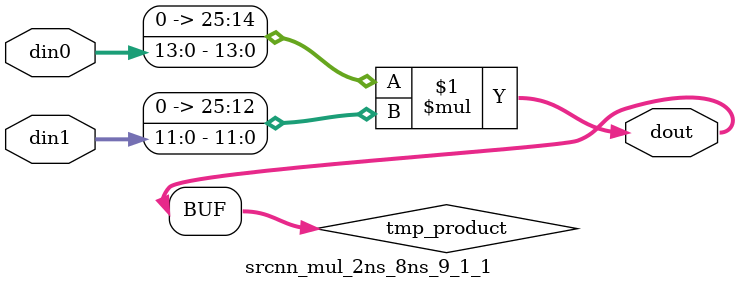
<source format=v>

`timescale 1 ns / 1 ps

  module srcnn_mul_2ns_8ns_9_1_1(din0, din1, dout);
parameter ID = 1;
parameter NUM_STAGE = 0;
parameter din0_WIDTH = 14;
parameter din1_WIDTH = 12;
parameter dout_WIDTH = 26;

input [din0_WIDTH - 1 : 0] din0; 
input [din1_WIDTH - 1 : 0] din1; 
output [dout_WIDTH - 1 : 0] dout;

wire signed [dout_WIDTH - 1 : 0] tmp_product;










assign tmp_product = $signed({1'b0, din0}) * $signed({1'b0, din1});











assign dout = tmp_product;







endmodule

</source>
